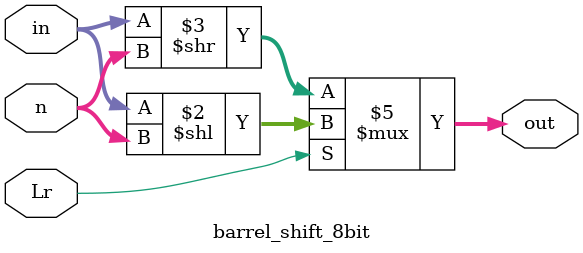
<source format=v>
`timescale 1ns / 1ps


module barrel_shift_8bit(out,in,Lr,n);
input [7:0] in;
input Lr;
input [2:0] n;
output reg [7:0] out;

always @(*) begin
    if(Lr)
        out = in << n;
    else 
        out = in >> n;
end
endmodule

</source>
